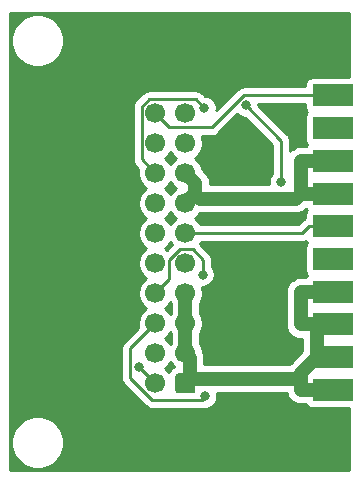
<source format=gbr>
%TF.GenerationSoftware,KiCad,Pcbnew,(5.1.9)-1*%
%TF.CreationDate,2021-07-05T16:45:00-04:00*%
%TF.ProjectId,Amiga2MacFloppy,416d6967-6132-44d6-9163-466c6f707079,1.0*%
%TF.SameCoordinates,Original*%
%TF.FileFunction,Copper,L1,Top*%
%TF.FilePolarity,Positive*%
%FSLAX46Y46*%
G04 Gerber Fmt 4.6, Leading zero omitted, Abs format (unit mm)*
G04 Created by KiCad (PCBNEW (5.1.9)-1) date 2021-07-05 16:45:00*
%MOMM*%
%LPD*%
G01*
G04 APERTURE LIST*
%TA.AperFunction,ComponentPad*%
%ADD10C,1.700000*%
%TD*%
%TA.AperFunction,SMDPad,CuDef*%
%ADD11R,3.480000X1.846667*%
%TD*%
%TA.AperFunction,ViaPad*%
%ADD12C,0.800000*%
%TD*%
%TA.AperFunction,Conductor*%
%ADD13C,1.200000*%
%TD*%
%TA.AperFunction,Conductor*%
%ADD14C,0.250000*%
%TD*%
%TA.AperFunction,NonConductor*%
%ADD15C,0.254000*%
%TD*%
%TA.AperFunction,NonConductor*%
%ADD16C,0.100000*%
%TD*%
G04 APERTURE END LIST*
D10*
%TO.P,J2,20*%
%TO.N,PWM*%
X143428000Y-97333000D03*
%TO.P,J2,18*%
%TO.N,WR*%
X143428000Y-99873000D03*
%TO.P,J2,16*%
%TO.N,RD*%
X143428000Y-102413000D03*
%TO.P,J2,14*%
%TO.N,_ENABLE*%
X143428000Y-104953000D03*
%TO.P,J2,12*%
%TO.N,SEL*%
X143428000Y-107493000D03*
%TO.P,J2,10*%
%TO.N,_DKWE*%
X143428000Y-110033000D03*
%TO.P,J2,8*%
%TO.N,PH3*%
X143428000Y-112573000D03*
%TO.P,J2,6*%
%TO.N,PH2*%
X143428000Y-115113000D03*
%TO.P,J2,4*%
%TO.N,DIR*%
X143428000Y-117653000D03*
%TO.P,J2,2*%
%TO.N,PH0*%
X143428000Y-120193000D03*
%TO.P,J2,19*%
%TO.N,N/C*%
X145968000Y-97333000D03*
%TO.P,J2,17*%
X145968000Y-99873000D03*
%TO.P,J2,15*%
%TO.N,+12V*%
X145968000Y-102413000D03*
%TO.P,J2,13*%
X145968000Y-104953000D03*
%TO.P,J2,11*%
%TO.N,PWM*%
X145968000Y-107493000D03*
%TO.P,J2,9*%
%TO.N,N/C*%
X145968000Y-110033000D03*
%TO.P,J2,7*%
%TO.N,GND*%
X145968000Y-112573000D03*
%TO.P,J2,5*%
X145968000Y-115113000D03*
%TO.P,J2,3*%
X145968000Y-117653000D03*
%TO.P,J2,1*%
%TA.AperFunction,ComponentPad*%
G36*
G01*
X146818000Y-119593000D02*
X146818000Y-120793000D01*
G75*
G02*
X146568000Y-121043000I-250000J0D01*
G01*
X145368000Y-121043000D01*
G75*
G02*
X145118000Y-120793000I0J250000D01*
G01*
X145118000Y-119593000D01*
G75*
G02*
X145368000Y-119343000I250000J0D01*
G01*
X146568000Y-119343000D01*
G75*
G02*
X146818000Y-119593000I0J-250000D01*
G01*
G37*
%TD.AperFunction*%
%TD*%
D11*
%TO.P,J5,1*%
%TO.N,GND*%
X158468000Y-120749000D03*
%TO.P,J5,2*%
X158468000Y-117979000D03*
%TO.P,J5,3*%
X158468000Y-115209000D03*
%TO.P,J5,4*%
X158468000Y-112439000D03*
%TO.P,J5,5*%
%TO.N,N/C*%
X158468000Y-109669000D03*
%TO.P,J5,6*%
%TO.N,PWM*%
X158468000Y-106899000D03*
%TO.P,J5,7*%
%TO.N,+12V*%
X158468000Y-104129000D03*
%TO.P,J5,8*%
X158468000Y-101359000D03*
%TO.P,J5,9*%
%TO.N,N/C*%
X158468000Y-98589000D03*
%TO.P,J5,10*%
%TO.N,PWM*%
X158468000Y-95819000D03*
%TD*%
D12*
%TO.N,RD*%
X147571600Y-96863000D03*
%TO.N,PH0*%
X142022900Y-118787900D03*
%TO.N,SEL*%
X151073700Y-96665800D03*
X154072900Y-103163000D03*
%TO.N,PH3*%
X147430800Y-110982000D03*
%TO.N,PH2*%
X147631300Y-121297700D03*
%TD*%
D13*
%TO.N,GND*%
X145968000Y-115113000D02*
X145968000Y-117653000D01*
X145968000Y-112573000D02*
X145968000Y-115113000D01*
X146345900Y-119815100D02*
X146345900Y-118030900D01*
X146345900Y-118030900D02*
X145968000Y-117653000D01*
X157097900Y-115209000D02*
X155727700Y-115209000D01*
X158468000Y-115209000D02*
X157097900Y-115209000D01*
X157097900Y-115209000D02*
X157097900Y-117979000D01*
X158468000Y-112439000D02*
X155727700Y-112439000D01*
X155727700Y-112439000D02*
X155727700Y-115209000D01*
X146345900Y-119815100D02*
X145968000Y-120193000D01*
X155727700Y-119815100D02*
X146345900Y-119815100D01*
X155727700Y-119815100D02*
X155727700Y-120749000D01*
X157097900Y-117979000D02*
X155727700Y-119349200D01*
X155727700Y-119349200D02*
X155727700Y-119815100D01*
X158468000Y-120749000D02*
X155727700Y-120749000D01*
X158468000Y-117979000D02*
X157097900Y-117979000D01*
%TO.N,+12V*%
X146792000Y-104129000D02*
X147226300Y-104563300D01*
X147226300Y-104563300D02*
X155293400Y-104563300D01*
X155293400Y-104563300D02*
X155727700Y-104129000D01*
X146792000Y-104129000D02*
X145968000Y-104953000D01*
X146792000Y-104129000D02*
X146792000Y-103237000D01*
X146792000Y-103237000D02*
X145968000Y-102413000D01*
X155727700Y-101359000D02*
X155727700Y-104129000D01*
X158468000Y-104129000D02*
X155727700Y-104129000D01*
X158468000Y-101359000D02*
X155727700Y-101359000D01*
D14*
%TO.N,RD*%
X147571600Y-96863000D02*
X146865900Y-96157300D01*
X146865900Y-96157300D02*
X142882800Y-96157300D01*
X142882800Y-96157300D02*
X142252600Y-96787500D01*
X142252600Y-96787500D02*
X142252600Y-101237600D01*
X142252600Y-101237600D02*
X143428000Y-102413000D01*
%TO.N,PWM*%
X156402700Y-95819000D02*
X150894800Y-95819000D01*
X150894800Y-95819000D02*
X148190200Y-98523600D01*
X148190200Y-98523600D02*
X144618600Y-98523600D01*
X144618600Y-98523600D02*
X143428000Y-97333000D01*
X158468000Y-95819000D02*
X156402700Y-95819000D01*
X158468000Y-106899000D02*
X156402700Y-106899000D01*
X145968000Y-107493000D02*
X155808700Y-107493000D01*
X155808700Y-107493000D02*
X156402700Y-106899000D01*
%TO.N,PH0*%
X142022900Y-118787900D02*
X143428000Y-120193000D01*
%TO.N,SEL*%
X154072900Y-103163000D02*
X154072900Y-99665000D01*
X154072900Y-99665000D02*
X151073700Y-96665800D01*
%TO.N,PH3*%
X143428000Y-112573000D02*
X144603400Y-111397600D01*
X144603400Y-111397600D02*
X144603400Y-109725600D01*
X144603400Y-109725600D02*
X145471400Y-108857600D01*
X145471400Y-108857600D02*
X146573600Y-108857600D01*
X146573600Y-108857600D02*
X147430800Y-109714800D01*
X147430800Y-109714800D02*
X147430800Y-110982000D01*
%TO.N,PH2*%
X143428000Y-115113000D02*
X141297200Y-117243800D01*
X141297200Y-117243800D02*
X141297200Y-119753400D01*
X141297200Y-119753400D02*
X143132900Y-121589100D01*
X143132900Y-121589100D02*
X147339900Y-121589100D01*
X147339900Y-121589100D02*
X147631300Y-121297700D01*
%TD*%
D15*
X159807760Y-94257595D02*
X156728000Y-94257595D01*
X156603518Y-94269855D01*
X156483820Y-94306165D01*
X156373506Y-94365130D01*
X156276815Y-94444482D01*
X156197463Y-94541173D01*
X156138498Y-94651487D01*
X156102188Y-94771185D01*
X156089928Y-94895667D01*
X156089928Y-95059000D01*
X150932122Y-95059000D01*
X150894799Y-95055324D01*
X150857477Y-95059000D01*
X150857467Y-95059000D01*
X150745814Y-95069997D01*
X150602553Y-95113454D01*
X150470523Y-95184026D01*
X150386883Y-95252668D01*
X150354799Y-95278999D01*
X150331001Y-95307997D01*
X148589850Y-97049149D01*
X148606600Y-96964939D01*
X148606600Y-96761061D01*
X148566826Y-96561102D01*
X148488805Y-96372744D01*
X148375537Y-96203226D01*
X148231374Y-96059063D01*
X148061856Y-95945795D01*
X147873498Y-95867774D01*
X147673539Y-95828000D01*
X147611401Y-95828000D01*
X147429703Y-95646302D01*
X147405901Y-95617299D01*
X147290176Y-95522326D01*
X147158147Y-95451754D01*
X147014886Y-95408297D01*
X146903233Y-95397300D01*
X146903222Y-95397300D01*
X146865900Y-95393624D01*
X146828578Y-95397300D01*
X142920122Y-95397300D01*
X142882799Y-95393624D01*
X142845476Y-95397300D01*
X142845467Y-95397300D01*
X142733814Y-95408297D01*
X142590553Y-95451754D01*
X142458524Y-95522326D01*
X142442485Y-95535489D01*
X142371796Y-95593501D01*
X142371792Y-95593505D01*
X142342799Y-95617299D01*
X142319005Y-95646292D01*
X141741602Y-96223697D01*
X141712599Y-96247499D01*
X141657471Y-96314674D01*
X141617626Y-96363224D01*
X141577270Y-96438724D01*
X141547054Y-96495254D01*
X141503597Y-96638515D01*
X141492600Y-96750168D01*
X141492600Y-96750178D01*
X141488924Y-96787500D01*
X141492600Y-96824823D01*
X141492601Y-101200268D01*
X141488924Y-101237600D01*
X141492601Y-101274933D01*
X141500783Y-101358000D01*
X141503598Y-101386585D01*
X141547054Y-101529846D01*
X141617626Y-101661876D01*
X141668243Y-101723552D01*
X141712600Y-101777601D01*
X141741598Y-101801399D01*
X141986791Y-102046592D01*
X141943000Y-102266740D01*
X141943000Y-102559260D01*
X142000068Y-102846158D01*
X142112010Y-103116411D01*
X142274525Y-103359632D01*
X142481368Y-103566475D01*
X142655760Y-103683000D01*
X142481368Y-103799525D01*
X142274525Y-104006368D01*
X142112010Y-104249589D01*
X142000068Y-104519842D01*
X141943000Y-104806740D01*
X141943000Y-105099260D01*
X142000068Y-105386158D01*
X142112010Y-105656411D01*
X142274525Y-105899632D01*
X142481368Y-106106475D01*
X142655760Y-106223000D01*
X142481368Y-106339525D01*
X142274525Y-106546368D01*
X142112010Y-106789589D01*
X142000068Y-107059842D01*
X141943000Y-107346740D01*
X141943000Y-107639260D01*
X142000068Y-107926158D01*
X142112010Y-108196411D01*
X142274525Y-108439632D01*
X142481368Y-108646475D01*
X142655760Y-108763000D01*
X142481368Y-108879525D01*
X142274525Y-109086368D01*
X142112010Y-109329589D01*
X142000068Y-109599842D01*
X141943000Y-109886740D01*
X141943000Y-110179260D01*
X142000068Y-110466158D01*
X142112010Y-110736411D01*
X142274525Y-110979632D01*
X142481368Y-111186475D01*
X142655760Y-111303000D01*
X142481368Y-111419525D01*
X142274525Y-111626368D01*
X142112010Y-111869589D01*
X142000068Y-112139842D01*
X141943000Y-112426740D01*
X141943000Y-112719260D01*
X142000068Y-113006158D01*
X142112010Y-113276411D01*
X142274525Y-113519632D01*
X142481368Y-113726475D01*
X142655760Y-113843000D01*
X142481368Y-113959525D01*
X142274525Y-114166368D01*
X142112010Y-114409589D01*
X142000068Y-114679842D01*
X141943000Y-114966740D01*
X141943000Y-115259260D01*
X141986790Y-115479408D01*
X140786203Y-116679996D01*
X140757199Y-116703799D01*
X140712599Y-116758145D01*
X140662226Y-116819524D01*
X140655296Y-116832489D01*
X140591654Y-116951554D01*
X140548197Y-117094815D01*
X140537200Y-117206468D01*
X140537200Y-117206478D01*
X140533524Y-117243800D01*
X140537200Y-117281123D01*
X140537201Y-119716068D01*
X140533524Y-119753400D01*
X140548198Y-119902385D01*
X140591654Y-120045646D01*
X140662226Y-120177676D01*
X140732004Y-120262700D01*
X140757200Y-120293401D01*
X140786198Y-120317199D01*
X142569101Y-122100103D01*
X142592899Y-122129101D01*
X142708624Y-122224074D01*
X142840653Y-122294646D01*
X142983914Y-122338103D01*
X143095567Y-122349100D01*
X143095577Y-122349100D01*
X143132900Y-122352776D01*
X143170223Y-122349100D01*
X147302578Y-122349100D01*
X147339900Y-122352776D01*
X147377222Y-122349100D01*
X147377233Y-122349100D01*
X147488886Y-122338103D01*
X147515673Y-122329977D01*
X147529361Y-122332700D01*
X147733239Y-122332700D01*
X147933198Y-122292926D01*
X148121556Y-122214905D01*
X148291074Y-122101637D01*
X148435237Y-121957474D01*
X148548505Y-121787956D01*
X148626526Y-121599598D01*
X148666300Y-121399639D01*
X148666300Y-121195761D01*
X148637326Y-121050100D01*
X154528467Y-121050100D01*
X154581189Y-121223901D01*
X154695867Y-121438449D01*
X154850198Y-121626502D01*
X155038251Y-121780833D01*
X155252799Y-121895511D01*
X155485598Y-121966130D01*
X155667035Y-121984000D01*
X155727700Y-121989975D01*
X155788365Y-121984000D01*
X156174571Y-121984000D01*
X156197463Y-122026827D01*
X156276815Y-122123518D01*
X156373506Y-122202870D01*
X156483820Y-122261835D01*
X156603518Y-122298145D01*
X156728000Y-122310405D01*
X159807761Y-122310405D01*
X159807761Y-127532960D01*
X131127760Y-127532960D01*
X131127760Y-124972832D01*
X131233000Y-124972832D01*
X131233000Y-125413088D01*
X131318890Y-125844885D01*
X131487369Y-126251629D01*
X131731962Y-126617689D01*
X132043271Y-126928998D01*
X132409331Y-127173591D01*
X132816075Y-127342070D01*
X133247872Y-127427960D01*
X133688128Y-127427960D01*
X134119925Y-127342070D01*
X134526669Y-127173591D01*
X134892729Y-126928998D01*
X135204038Y-126617689D01*
X135448631Y-126251629D01*
X135617110Y-125844885D01*
X135703000Y-125413088D01*
X135703000Y-124972832D01*
X135617110Y-124541035D01*
X135448631Y-124134291D01*
X135204038Y-123768231D01*
X134892729Y-123456922D01*
X134526669Y-123212329D01*
X134119925Y-123043850D01*
X133688128Y-122957960D01*
X133247872Y-122957960D01*
X132816075Y-123043850D01*
X132409331Y-123212329D01*
X132043271Y-123456922D01*
X131731962Y-123768231D01*
X131487369Y-124134291D01*
X131318890Y-124541035D01*
X131233000Y-124972832D01*
X131127760Y-124972832D01*
X131127760Y-90972872D01*
X131233000Y-90972872D01*
X131233000Y-91413128D01*
X131318890Y-91844925D01*
X131487369Y-92251669D01*
X131731962Y-92617729D01*
X132043271Y-92929038D01*
X132409331Y-93173631D01*
X132816075Y-93342110D01*
X133247872Y-93428000D01*
X133688128Y-93428000D01*
X134119925Y-93342110D01*
X134526669Y-93173631D01*
X134892729Y-92929038D01*
X135204038Y-92617729D01*
X135448631Y-92251669D01*
X135617110Y-91844925D01*
X135703000Y-91413128D01*
X135703000Y-90972872D01*
X135617110Y-90541075D01*
X135448631Y-90134331D01*
X135204038Y-89768271D01*
X134892729Y-89456962D01*
X134526669Y-89212369D01*
X134119925Y-89043890D01*
X133688128Y-88958000D01*
X133247872Y-88958000D01*
X132816075Y-89043890D01*
X132409331Y-89212369D01*
X132043271Y-89456962D01*
X131731962Y-89768271D01*
X131487369Y-90134331D01*
X131318890Y-90541075D01*
X131233000Y-90972872D01*
X131127760Y-90972872D01*
X131127760Y-88852960D01*
X159807760Y-88852960D01*
X159807760Y-94257595D01*
%TA.AperFunction,NonConductor*%
D16*
G36*
X159807760Y-94257595D02*
G01*
X156728000Y-94257595D01*
X156603518Y-94269855D01*
X156483820Y-94306165D01*
X156373506Y-94365130D01*
X156276815Y-94444482D01*
X156197463Y-94541173D01*
X156138498Y-94651487D01*
X156102188Y-94771185D01*
X156089928Y-94895667D01*
X156089928Y-95059000D01*
X150932122Y-95059000D01*
X150894799Y-95055324D01*
X150857477Y-95059000D01*
X150857467Y-95059000D01*
X150745814Y-95069997D01*
X150602553Y-95113454D01*
X150470523Y-95184026D01*
X150386883Y-95252668D01*
X150354799Y-95278999D01*
X150331001Y-95307997D01*
X148589850Y-97049149D01*
X148606600Y-96964939D01*
X148606600Y-96761061D01*
X148566826Y-96561102D01*
X148488805Y-96372744D01*
X148375537Y-96203226D01*
X148231374Y-96059063D01*
X148061856Y-95945795D01*
X147873498Y-95867774D01*
X147673539Y-95828000D01*
X147611401Y-95828000D01*
X147429703Y-95646302D01*
X147405901Y-95617299D01*
X147290176Y-95522326D01*
X147158147Y-95451754D01*
X147014886Y-95408297D01*
X146903233Y-95397300D01*
X146903222Y-95397300D01*
X146865900Y-95393624D01*
X146828578Y-95397300D01*
X142920122Y-95397300D01*
X142882799Y-95393624D01*
X142845476Y-95397300D01*
X142845467Y-95397300D01*
X142733814Y-95408297D01*
X142590553Y-95451754D01*
X142458524Y-95522326D01*
X142442485Y-95535489D01*
X142371796Y-95593501D01*
X142371792Y-95593505D01*
X142342799Y-95617299D01*
X142319005Y-95646292D01*
X141741602Y-96223697D01*
X141712599Y-96247499D01*
X141657471Y-96314674D01*
X141617626Y-96363224D01*
X141577270Y-96438724D01*
X141547054Y-96495254D01*
X141503597Y-96638515D01*
X141492600Y-96750168D01*
X141492600Y-96750178D01*
X141488924Y-96787500D01*
X141492600Y-96824823D01*
X141492601Y-101200268D01*
X141488924Y-101237600D01*
X141492601Y-101274933D01*
X141500783Y-101358000D01*
X141503598Y-101386585D01*
X141547054Y-101529846D01*
X141617626Y-101661876D01*
X141668243Y-101723552D01*
X141712600Y-101777601D01*
X141741598Y-101801399D01*
X141986791Y-102046592D01*
X141943000Y-102266740D01*
X141943000Y-102559260D01*
X142000068Y-102846158D01*
X142112010Y-103116411D01*
X142274525Y-103359632D01*
X142481368Y-103566475D01*
X142655760Y-103683000D01*
X142481368Y-103799525D01*
X142274525Y-104006368D01*
X142112010Y-104249589D01*
X142000068Y-104519842D01*
X141943000Y-104806740D01*
X141943000Y-105099260D01*
X142000068Y-105386158D01*
X142112010Y-105656411D01*
X142274525Y-105899632D01*
X142481368Y-106106475D01*
X142655760Y-106223000D01*
X142481368Y-106339525D01*
X142274525Y-106546368D01*
X142112010Y-106789589D01*
X142000068Y-107059842D01*
X141943000Y-107346740D01*
X141943000Y-107639260D01*
X142000068Y-107926158D01*
X142112010Y-108196411D01*
X142274525Y-108439632D01*
X142481368Y-108646475D01*
X142655760Y-108763000D01*
X142481368Y-108879525D01*
X142274525Y-109086368D01*
X142112010Y-109329589D01*
X142000068Y-109599842D01*
X141943000Y-109886740D01*
X141943000Y-110179260D01*
X142000068Y-110466158D01*
X142112010Y-110736411D01*
X142274525Y-110979632D01*
X142481368Y-111186475D01*
X142655760Y-111303000D01*
X142481368Y-111419525D01*
X142274525Y-111626368D01*
X142112010Y-111869589D01*
X142000068Y-112139842D01*
X141943000Y-112426740D01*
X141943000Y-112719260D01*
X142000068Y-113006158D01*
X142112010Y-113276411D01*
X142274525Y-113519632D01*
X142481368Y-113726475D01*
X142655760Y-113843000D01*
X142481368Y-113959525D01*
X142274525Y-114166368D01*
X142112010Y-114409589D01*
X142000068Y-114679842D01*
X141943000Y-114966740D01*
X141943000Y-115259260D01*
X141986790Y-115479408D01*
X140786203Y-116679996D01*
X140757199Y-116703799D01*
X140712599Y-116758145D01*
X140662226Y-116819524D01*
X140655296Y-116832489D01*
X140591654Y-116951554D01*
X140548197Y-117094815D01*
X140537200Y-117206468D01*
X140537200Y-117206478D01*
X140533524Y-117243800D01*
X140537200Y-117281123D01*
X140537201Y-119716068D01*
X140533524Y-119753400D01*
X140548198Y-119902385D01*
X140591654Y-120045646D01*
X140662226Y-120177676D01*
X140732004Y-120262700D01*
X140757200Y-120293401D01*
X140786198Y-120317199D01*
X142569101Y-122100103D01*
X142592899Y-122129101D01*
X142708624Y-122224074D01*
X142840653Y-122294646D01*
X142983914Y-122338103D01*
X143095567Y-122349100D01*
X143095577Y-122349100D01*
X143132900Y-122352776D01*
X143170223Y-122349100D01*
X147302578Y-122349100D01*
X147339900Y-122352776D01*
X147377222Y-122349100D01*
X147377233Y-122349100D01*
X147488886Y-122338103D01*
X147515673Y-122329977D01*
X147529361Y-122332700D01*
X147733239Y-122332700D01*
X147933198Y-122292926D01*
X148121556Y-122214905D01*
X148291074Y-122101637D01*
X148435237Y-121957474D01*
X148548505Y-121787956D01*
X148626526Y-121599598D01*
X148666300Y-121399639D01*
X148666300Y-121195761D01*
X148637326Y-121050100D01*
X154528467Y-121050100D01*
X154581189Y-121223901D01*
X154695867Y-121438449D01*
X154850198Y-121626502D01*
X155038251Y-121780833D01*
X155252799Y-121895511D01*
X155485598Y-121966130D01*
X155667035Y-121984000D01*
X155727700Y-121989975D01*
X155788365Y-121984000D01*
X156174571Y-121984000D01*
X156197463Y-122026827D01*
X156276815Y-122123518D01*
X156373506Y-122202870D01*
X156483820Y-122261835D01*
X156603518Y-122298145D01*
X156728000Y-122310405D01*
X159807761Y-122310405D01*
X159807761Y-127532960D01*
X131127760Y-127532960D01*
X131127760Y-124972832D01*
X131233000Y-124972832D01*
X131233000Y-125413088D01*
X131318890Y-125844885D01*
X131487369Y-126251629D01*
X131731962Y-126617689D01*
X132043271Y-126928998D01*
X132409331Y-127173591D01*
X132816075Y-127342070D01*
X133247872Y-127427960D01*
X133688128Y-127427960D01*
X134119925Y-127342070D01*
X134526669Y-127173591D01*
X134892729Y-126928998D01*
X135204038Y-126617689D01*
X135448631Y-126251629D01*
X135617110Y-125844885D01*
X135703000Y-125413088D01*
X135703000Y-124972832D01*
X135617110Y-124541035D01*
X135448631Y-124134291D01*
X135204038Y-123768231D01*
X134892729Y-123456922D01*
X134526669Y-123212329D01*
X134119925Y-123043850D01*
X133688128Y-122957960D01*
X133247872Y-122957960D01*
X132816075Y-123043850D01*
X132409331Y-123212329D01*
X132043271Y-123456922D01*
X131731962Y-123768231D01*
X131487369Y-124134291D01*
X131318890Y-124541035D01*
X131233000Y-124972832D01*
X131127760Y-124972832D01*
X131127760Y-90972872D01*
X131233000Y-90972872D01*
X131233000Y-91413128D01*
X131318890Y-91844925D01*
X131487369Y-92251669D01*
X131731962Y-92617729D01*
X132043271Y-92929038D01*
X132409331Y-93173631D01*
X132816075Y-93342110D01*
X133247872Y-93428000D01*
X133688128Y-93428000D01*
X134119925Y-93342110D01*
X134526669Y-93173631D01*
X134892729Y-92929038D01*
X135204038Y-92617729D01*
X135448631Y-92251669D01*
X135617110Y-91844925D01*
X135703000Y-91413128D01*
X135703000Y-90972872D01*
X135617110Y-90541075D01*
X135448631Y-90134331D01*
X135204038Y-89768271D01*
X134892729Y-89456962D01*
X134526669Y-89212369D01*
X134119925Y-89043890D01*
X133688128Y-88958000D01*
X133247872Y-88958000D01*
X132816075Y-89043890D01*
X132409331Y-89212369D01*
X132043271Y-89456962D01*
X131731962Y-89768271D01*
X131487369Y-90134331D01*
X131318890Y-90541075D01*
X131233000Y-90972872D01*
X131127760Y-90972872D01*
X131127760Y-88852960D01*
X159807760Y-88852960D01*
X159807760Y-94257595D01*
G37*
%TD.AperFunction*%
D15*
X144814525Y-118599632D02*
X145001608Y-118786715D01*
X144874614Y-118854595D01*
X144740038Y-118965038D01*
X144629595Y-119099614D01*
X144561715Y-119226608D01*
X144374632Y-119039525D01*
X144200240Y-118923000D01*
X144374632Y-118806475D01*
X144581475Y-118599632D01*
X144698000Y-118425240D01*
X144814525Y-118599632D01*
%TA.AperFunction,NonConductor*%
D16*
G36*
X144814525Y-118599632D02*
G01*
X145001608Y-118786715D01*
X144874614Y-118854595D01*
X144740038Y-118965038D01*
X144629595Y-119099614D01*
X144561715Y-119226608D01*
X144374632Y-119039525D01*
X144200240Y-118923000D01*
X144374632Y-118806475D01*
X144581475Y-118599632D01*
X144698000Y-118425240D01*
X144814525Y-118599632D01*
G37*
%TD.AperFunction*%
D15*
X156197463Y-108176827D02*
X156276815Y-108273518D01*
X156289587Y-108284000D01*
X156276815Y-108294482D01*
X156197463Y-108391173D01*
X156138498Y-108501487D01*
X156102188Y-108621185D01*
X156089928Y-108745667D01*
X156089928Y-110592333D01*
X156102188Y-110716815D01*
X156138498Y-110836513D01*
X156197463Y-110946827D01*
X156276815Y-111043518D01*
X156289587Y-111054000D01*
X156276815Y-111064482D01*
X156197463Y-111161173D01*
X156174571Y-111204000D01*
X155788365Y-111204000D01*
X155727700Y-111198025D01*
X155667035Y-111204000D01*
X155485598Y-111221870D01*
X155252799Y-111292489D01*
X155038251Y-111407167D01*
X154850198Y-111561498D01*
X154695867Y-111749551D01*
X154581189Y-111964099D01*
X154510570Y-112196898D01*
X154486725Y-112439000D01*
X154492700Y-112499666D01*
X154492701Y-115148325D01*
X154486725Y-115209000D01*
X154510570Y-115451102D01*
X154581189Y-115683901D01*
X154695867Y-115898449D01*
X154850198Y-116086502D01*
X155038251Y-116240833D01*
X155252799Y-116355511D01*
X155485598Y-116426130D01*
X155667035Y-116444000D01*
X155727700Y-116449975D01*
X155788365Y-116444000D01*
X155862900Y-116444000D01*
X155862901Y-117467445D01*
X154897325Y-118433022D01*
X154850198Y-118471698D01*
X154761235Y-118580100D01*
X147580900Y-118580100D01*
X147580900Y-118091562D01*
X147586875Y-118030899D01*
X147580900Y-117970235D01*
X147563030Y-117788798D01*
X147492411Y-117555999D01*
X147445246Y-117467760D01*
X147395932Y-117219842D01*
X147283990Y-116949589D01*
X147203000Y-116828379D01*
X147203000Y-115937621D01*
X147283990Y-115816411D01*
X147395932Y-115546158D01*
X147453000Y-115259260D01*
X147453000Y-114966740D01*
X147395932Y-114679842D01*
X147283990Y-114409589D01*
X147203000Y-114288379D01*
X147203000Y-113397621D01*
X147283990Y-113276411D01*
X147395932Y-113006158D01*
X147453000Y-112719260D01*
X147453000Y-112426740D01*
X147395932Y-112139842D01*
X147345049Y-112017000D01*
X147532739Y-112017000D01*
X147732698Y-111977226D01*
X147921056Y-111899205D01*
X148090574Y-111785937D01*
X148234737Y-111641774D01*
X148348005Y-111472256D01*
X148426026Y-111283898D01*
X148465800Y-111083939D01*
X148465800Y-110880061D01*
X148426026Y-110680102D01*
X148348005Y-110491744D01*
X148234737Y-110322226D01*
X148190800Y-110278289D01*
X148190800Y-109752123D01*
X148194476Y-109714800D01*
X148190800Y-109677477D01*
X148190800Y-109677467D01*
X148179803Y-109565814D01*
X148136346Y-109422553D01*
X148065774Y-109290524D01*
X147970801Y-109174799D01*
X147941804Y-109151002D01*
X147165117Y-108374316D01*
X147246178Y-108253000D01*
X155771378Y-108253000D01*
X155808700Y-108256676D01*
X155846022Y-108253000D01*
X155846033Y-108253000D01*
X155957686Y-108242003D01*
X156100947Y-108198546D01*
X156185045Y-108153594D01*
X156197463Y-108176827D01*
%TA.AperFunction,NonConductor*%
D16*
G36*
X156197463Y-108176827D02*
G01*
X156276815Y-108273518D01*
X156289587Y-108284000D01*
X156276815Y-108294482D01*
X156197463Y-108391173D01*
X156138498Y-108501487D01*
X156102188Y-108621185D01*
X156089928Y-108745667D01*
X156089928Y-110592333D01*
X156102188Y-110716815D01*
X156138498Y-110836513D01*
X156197463Y-110946827D01*
X156276815Y-111043518D01*
X156289587Y-111054000D01*
X156276815Y-111064482D01*
X156197463Y-111161173D01*
X156174571Y-111204000D01*
X155788365Y-111204000D01*
X155727700Y-111198025D01*
X155667035Y-111204000D01*
X155485598Y-111221870D01*
X155252799Y-111292489D01*
X155038251Y-111407167D01*
X154850198Y-111561498D01*
X154695867Y-111749551D01*
X154581189Y-111964099D01*
X154510570Y-112196898D01*
X154486725Y-112439000D01*
X154492700Y-112499666D01*
X154492701Y-115148325D01*
X154486725Y-115209000D01*
X154510570Y-115451102D01*
X154581189Y-115683901D01*
X154695867Y-115898449D01*
X154850198Y-116086502D01*
X155038251Y-116240833D01*
X155252799Y-116355511D01*
X155485598Y-116426130D01*
X155667035Y-116444000D01*
X155727700Y-116449975D01*
X155788365Y-116444000D01*
X155862900Y-116444000D01*
X155862901Y-117467445D01*
X154897325Y-118433022D01*
X154850198Y-118471698D01*
X154761235Y-118580100D01*
X147580900Y-118580100D01*
X147580900Y-118091562D01*
X147586875Y-118030899D01*
X147580900Y-117970235D01*
X147563030Y-117788798D01*
X147492411Y-117555999D01*
X147445246Y-117467760D01*
X147395932Y-117219842D01*
X147283990Y-116949589D01*
X147203000Y-116828379D01*
X147203000Y-115937621D01*
X147283990Y-115816411D01*
X147395932Y-115546158D01*
X147453000Y-115259260D01*
X147453000Y-114966740D01*
X147395932Y-114679842D01*
X147283990Y-114409589D01*
X147203000Y-114288379D01*
X147203000Y-113397621D01*
X147283990Y-113276411D01*
X147395932Y-113006158D01*
X147453000Y-112719260D01*
X147453000Y-112426740D01*
X147395932Y-112139842D01*
X147345049Y-112017000D01*
X147532739Y-112017000D01*
X147732698Y-111977226D01*
X147921056Y-111899205D01*
X148090574Y-111785937D01*
X148234737Y-111641774D01*
X148348005Y-111472256D01*
X148426026Y-111283898D01*
X148465800Y-111083939D01*
X148465800Y-110880061D01*
X148426026Y-110680102D01*
X148348005Y-110491744D01*
X148234737Y-110322226D01*
X148190800Y-110278289D01*
X148190800Y-109752123D01*
X148194476Y-109714800D01*
X148190800Y-109677477D01*
X148190800Y-109677467D01*
X148179803Y-109565814D01*
X148136346Y-109422553D01*
X148065774Y-109290524D01*
X147970801Y-109174799D01*
X147941804Y-109151002D01*
X147165117Y-108374316D01*
X147246178Y-108253000D01*
X155771378Y-108253000D01*
X155808700Y-108256676D01*
X155846022Y-108253000D01*
X155846033Y-108253000D01*
X155957686Y-108242003D01*
X156100947Y-108198546D01*
X156185045Y-108153594D01*
X156197463Y-108176827D01*
G37*
%TD.AperFunction*%
D15*
X144733000Y-115937622D02*
X144733001Y-116828378D01*
X144698000Y-116880760D01*
X144581475Y-116706368D01*
X144374632Y-116499525D01*
X144200240Y-116383000D01*
X144374632Y-116266475D01*
X144581475Y-116059632D01*
X144698000Y-115885240D01*
X144733000Y-115937622D01*
%TA.AperFunction,NonConductor*%
D16*
G36*
X144733000Y-115937622D02*
G01*
X144733001Y-116828378D01*
X144698000Y-116880760D01*
X144581475Y-116706368D01*
X144374632Y-116499525D01*
X144200240Y-116383000D01*
X144374632Y-116266475D01*
X144581475Y-116059632D01*
X144698000Y-115885240D01*
X144733000Y-115937622D01*
G37*
%TD.AperFunction*%
D15*
X144733000Y-113397622D02*
X144733001Y-114288378D01*
X144698000Y-114340760D01*
X144581475Y-114166368D01*
X144374632Y-113959525D01*
X144200240Y-113843000D01*
X144374632Y-113726475D01*
X144581475Y-113519632D01*
X144698000Y-113345240D01*
X144733000Y-113397622D01*
%TA.AperFunction,NonConductor*%
D16*
G36*
X144733000Y-113397622D02*
G01*
X144733001Y-114288378D01*
X144698000Y-114340760D01*
X144581475Y-114166368D01*
X144374632Y-113959525D01*
X144200240Y-113843000D01*
X144374632Y-113726475D01*
X144581475Y-113519632D01*
X144698000Y-113345240D01*
X144733000Y-113397622D01*
G37*
%TD.AperFunction*%
D15*
X144814525Y-108439632D02*
X144814546Y-108439653D01*
X144374653Y-108879546D01*
X144374632Y-108879525D01*
X144200240Y-108763000D01*
X144374632Y-108646475D01*
X144581475Y-108439632D01*
X144698000Y-108265240D01*
X144814525Y-108439632D01*
%TA.AperFunction,NonConductor*%
D16*
G36*
X144814525Y-108439632D02*
G01*
X144814546Y-108439653D01*
X144374653Y-108879546D01*
X144374632Y-108879525D01*
X144200240Y-108763000D01*
X144374632Y-108646475D01*
X144581475Y-108439632D01*
X144698000Y-108265240D01*
X144814525Y-108439632D01*
G37*
%TD.AperFunction*%
D15*
X156276815Y-105503518D02*
X156289587Y-105514000D01*
X156276815Y-105524482D01*
X156197463Y-105621173D01*
X156138498Y-105731487D01*
X156102188Y-105851185D01*
X156089928Y-105975667D01*
X156089928Y-106204425D01*
X155978424Y-106264026D01*
X155862699Y-106358999D01*
X155838900Y-106387998D01*
X155493899Y-106733000D01*
X147246178Y-106733000D01*
X147121475Y-106546368D01*
X146914632Y-106339525D01*
X146740240Y-106223000D01*
X146914632Y-106106475D01*
X147121475Y-105899632D01*
X147187729Y-105800476D01*
X147226300Y-105804275D01*
X147286965Y-105798300D01*
X155232735Y-105798300D01*
X155293400Y-105804275D01*
X155354065Y-105798300D01*
X155535502Y-105780430D01*
X155768301Y-105709811D01*
X155982849Y-105595133D01*
X156170902Y-105440802D01*
X156198124Y-105407632D01*
X156276815Y-105503518D01*
%TA.AperFunction,NonConductor*%
D16*
G36*
X156276815Y-105503518D02*
G01*
X156289587Y-105514000D01*
X156276815Y-105524482D01*
X156197463Y-105621173D01*
X156138498Y-105731487D01*
X156102188Y-105851185D01*
X156089928Y-105975667D01*
X156089928Y-106204425D01*
X155978424Y-106264026D01*
X155862699Y-106358999D01*
X155838900Y-106387998D01*
X155493899Y-106733000D01*
X147246178Y-106733000D01*
X147121475Y-106546368D01*
X146914632Y-106339525D01*
X146740240Y-106223000D01*
X146914632Y-106106475D01*
X147121475Y-105899632D01*
X147187729Y-105800476D01*
X147226300Y-105804275D01*
X147286965Y-105798300D01*
X155232735Y-105798300D01*
X155293400Y-105804275D01*
X155354065Y-105798300D01*
X155535502Y-105780430D01*
X155768301Y-105709811D01*
X155982849Y-105595133D01*
X156170902Y-105440802D01*
X156198124Y-105407632D01*
X156276815Y-105503518D01*
G37*
%TD.AperFunction*%
D15*
X144814525Y-105899632D02*
X145021368Y-106106475D01*
X145195760Y-106223000D01*
X145021368Y-106339525D01*
X144814525Y-106546368D01*
X144698000Y-106720760D01*
X144581475Y-106546368D01*
X144374632Y-106339525D01*
X144200240Y-106223000D01*
X144374632Y-106106475D01*
X144581475Y-105899632D01*
X144698000Y-105725240D01*
X144814525Y-105899632D01*
%TA.AperFunction,NonConductor*%
D16*
G36*
X144814525Y-105899632D02*
G01*
X145021368Y-106106475D01*
X145195760Y-106223000D01*
X145021368Y-106339525D01*
X144814525Y-106546368D01*
X144698000Y-106720760D01*
X144581475Y-106546368D01*
X144374632Y-106339525D01*
X144200240Y-106223000D01*
X144374632Y-106106475D01*
X144581475Y-105899632D01*
X144698000Y-105725240D01*
X144814525Y-105899632D01*
G37*
%TD.AperFunction*%
D15*
X144814525Y-103359632D02*
X145021368Y-103566475D01*
X145195760Y-103683000D01*
X145021368Y-103799525D01*
X144814525Y-104006368D01*
X144698000Y-104180760D01*
X144581475Y-104006368D01*
X144374632Y-103799525D01*
X144200240Y-103683000D01*
X144374632Y-103566475D01*
X144581475Y-103359632D01*
X144698000Y-103185240D01*
X144814525Y-103359632D01*
%TA.AperFunction,NonConductor*%
D16*
G36*
X144814525Y-103359632D02*
G01*
X145021368Y-103566475D01*
X145195760Y-103683000D01*
X145021368Y-103799525D01*
X144814525Y-104006368D01*
X144698000Y-104180760D01*
X144581475Y-104006368D01*
X144374632Y-103799525D01*
X144200240Y-103683000D01*
X144374632Y-103566475D01*
X144581475Y-103359632D01*
X144698000Y-103185240D01*
X144814525Y-103359632D01*
G37*
%TD.AperFunction*%
D15*
X150413926Y-97469737D02*
X150583444Y-97583005D01*
X150771802Y-97661026D01*
X150971761Y-97700800D01*
X151033899Y-97700800D01*
X153312901Y-99979803D01*
X153312900Y-102459289D01*
X153268963Y-102503226D01*
X153155695Y-102672744D01*
X153077674Y-102861102D01*
X153037900Y-103061061D01*
X153037900Y-103264939D01*
X153050503Y-103328300D01*
X148027000Y-103328300D01*
X148027000Y-103297665D01*
X148032975Y-103237000D01*
X148009130Y-102994897D01*
X147938511Y-102762100D01*
X147938511Y-102762099D01*
X147823833Y-102547551D01*
X147669502Y-102359498D01*
X147622374Y-102320821D01*
X147424372Y-102122819D01*
X147395932Y-101979842D01*
X147283990Y-101709589D01*
X147121475Y-101466368D01*
X146914632Y-101259525D01*
X146740240Y-101143000D01*
X146914632Y-101026475D01*
X147121475Y-100819632D01*
X147283990Y-100576411D01*
X147395932Y-100306158D01*
X147453000Y-100019260D01*
X147453000Y-99726740D01*
X147395932Y-99439842D01*
X147331215Y-99283600D01*
X148152878Y-99283600D01*
X148190200Y-99287276D01*
X148227522Y-99283600D01*
X148227533Y-99283600D01*
X148339186Y-99272603D01*
X148482447Y-99229146D01*
X148614476Y-99158574D01*
X148730201Y-99063601D01*
X148754004Y-99034597D01*
X150366395Y-97422206D01*
X150413926Y-97469737D01*
%TA.AperFunction,NonConductor*%
D16*
G36*
X150413926Y-97469737D02*
G01*
X150583444Y-97583005D01*
X150771802Y-97661026D01*
X150971761Y-97700800D01*
X151033899Y-97700800D01*
X153312901Y-99979803D01*
X153312900Y-102459289D01*
X153268963Y-102503226D01*
X153155695Y-102672744D01*
X153077674Y-102861102D01*
X153037900Y-103061061D01*
X153037900Y-103264939D01*
X153050503Y-103328300D01*
X148027000Y-103328300D01*
X148027000Y-103297665D01*
X148032975Y-103237000D01*
X148009130Y-102994897D01*
X147938511Y-102762100D01*
X147938511Y-102762099D01*
X147823833Y-102547551D01*
X147669502Y-102359498D01*
X147622374Y-102320821D01*
X147424372Y-102122819D01*
X147395932Y-101979842D01*
X147283990Y-101709589D01*
X147121475Y-101466368D01*
X146914632Y-101259525D01*
X146740240Y-101143000D01*
X146914632Y-101026475D01*
X147121475Y-100819632D01*
X147283990Y-100576411D01*
X147395932Y-100306158D01*
X147453000Y-100019260D01*
X147453000Y-99726740D01*
X147395932Y-99439842D01*
X147331215Y-99283600D01*
X148152878Y-99283600D01*
X148190200Y-99287276D01*
X148227522Y-99283600D01*
X148227533Y-99283600D01*
X148339186Y-99272603D01*
X148482447Y-99229146D01*
X148614476Y-99158574D01*
X148730201Y-99063601D01*
X148754004Y-99034597D01*
X150366395Y-97422206D01*
X150413926Y-97469737D01*
G37*
%TD.AperFunction*%
D15*
X144814525Y-100819632D02*
X145021368Y-101026475D01*
X145195760Y-101143000D01*
X145021368Y-101259525D01*
X144814525Y-101466368D01*
X144698000Y-101640760D01*
X144581475Y-101466368D01*
X144374632Y-101259525D01*
X144200240Y-101143000D01*
X144374632Y-101026475D01*
X144581475Y-100819632D01*
X144698000Y-100645240D01*
X144814525Y-100819632D01*
%TA.AperFunction,NonConductor*%
D16*
G36*
X144814525Y-100819632D02*
G01*
X145021368Y-101026475D01*
X145195760Y-101143000D01*
X145021368Y-101259525D01*
X144814525Y-101466368D01*
X144698000Y-101640760D01*
X144581475Y-101466368D01*
X144374632Y-101259525D01*
X144200240Y-101143000D01*
X144374632Y-101026475D01*
X144581475Y-100819632D01*
X144698000Y-100645240D01*
X144814525Y-100819632D01*
G37*
%TD.AperFunction*%
D15*
X156089928Y-96742333D02*
X156102188Y-96866815D01*
X156138498Y-96986513D01*
X156197463Y-97096827D01*
X156276815Y-97193518D01*
X156289587Y-97204000D01*
X156276815Y-97214482D01*
X156197463Y-97311173D01*
X156138498Y-97421487D01*
X156102188Y-97541185D01*
X156089928Y-97665667D01*
X156089928Y-99512333D01*
X156102188Y-99636815D01*
X156138498Y-99756513D01*
X156197463Y-99866827D01*
X156276815Y-99963518D01*
X156289587Y-99974000D01*
X156276815Y-99984482D01*
X156197463Y-100081173D01*
X156174571Y-100124000D01*
X155788365Y-100124000D01*
X155727700Y-100118025D01*
X155667035Y-100124000D01*
X155485598Y-100141870D01*
X155252799Y-100212489D01*
X155038251Y-100327167D01*
X154850198Y-100481498D01*
X154832900Y-100502576D01*
X154832900Y-99702322D01*
X154836576Y-99664999D01*
X154832900Y-99627676D01*
X154832900Y-99627667D01*
X154821903Y-99516014D01*
X154778446Y-99372753D01*
X154707874Y-99240724D01*
X154612901Y-99124999D01*
X154583903Y-99101201D01*
X152108700Y-96625999D01*
X152108700Y-96579000D01*
X156089928Y-96579000D01*
X156089928Y-96742333D01*
%TA.AperFunction,NonConductor*%
D16*
G36*
X156089928Y-96742333D02*
G01*
X156102188Y-96866815D01*
X156138498Y-96986513D01*
X156197463Y-97096827D01*
X156276815Y-97193518D01*
X156289587Y-97204000D01*
X156276815Y-97214482D01*
X156197463Y-97311173D01*
X156138498Y-97421487D01*
X156102188Y-97541185D01*
X156089928Y-97665667D01*
X156089928Y-99512333D01*
X156102188Y-99636815D01*
X156138498Y-99756513D01*
X156197463Y-99866827D01*
X156276815Y-99963518D01*
X156289587Y-99974000D01*
X156276815Y-99984482D01*
X156197463Y-100081173D01*
X156174571Y-100124000D01*
X155788365Y-100124000D01*
X155727700Y-100118025D01*
X155667035Y-100124000D01*
X155485598Y-100141870D01*
X155252799Y-100212489D01*
X155038251Y-100327167D01*
X154850198Y-100481498D01*
X154832900Y-100502576D01*
X154832900Y-99702322D01*
X154836576Y-99664999D01*
X154832900Y-99627676D01*
X154832900Y-99627667D01*
X154821903Y-99516014D01*
X154778446Y-99372753D01*
X154707874Y-99240724D01*
X154612901Y-99124999D01*
X154583903Y-99101201D01*
X152108700Y-96625999D01*
X152108700Y-96579000D01*
X156089928Y-96579000D01*
X156089928Y-96742333D01*
G37*
%TD.AperFunction*%
M02*

</source>
